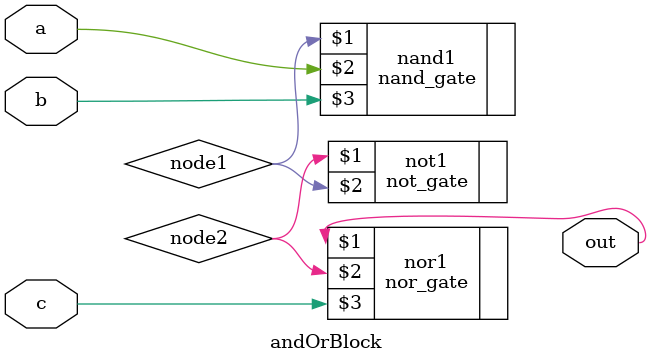
<source format=v>
module andOrBlock(out, a, b, c);
    input a, b, c;
    output out;

    wire node1;
    wire node2;

    nand_gate nand1(node1, a, b);
    not_gate not1(node2, node1);
    nor_gate nor1(out, node2, c);

endmodule
</source>
